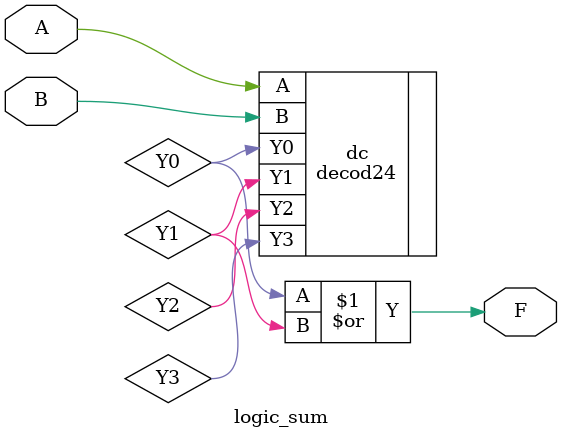
<source format=v>
module logic_sum(A,B,F);
input A,B;
output F;

wire Y0,Y1,Y2,Y3;

decod24 dc(.A(A),.B(B),.Y0(Y0),.Y1(Y1),.Y2(Y2),.Y3(Y3));

or(F,Y0,Y1);


endmodule
</source>
